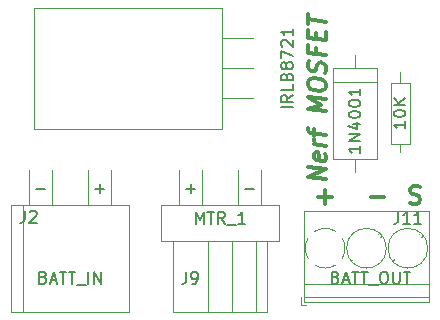
<source format=gto>
G04 #@! TF.FileFunction,Legend,Top*
%FSLAX46Y46*%
G04 Gerber Fmt 4.6, Leading zero omitted, Abs format (unit mm)*
G04 Created by KiCad (PCBNEW 4.0.7) date 05/25/19 09:40:29*
%MOMM*%
%LPD*%
G01*
G04 APERTURE LIST*
%ADD10C,0.100000*%
%ADD11C,0.300000*%
%ADD12C,0.375000*%
%ADD13C,0.120000*%
%ADD14C,0.150000*%
G04 APERTURE END LIST*
D10*
D11*
X71199429Y-81887143D02*
X71413715Y-81958571D01*
X71770858Y-81958571D01*
X71913715Y-81887143D01*
X71985144Y-81815714D01*
X72056572Y-81672857D01*
X72056572Y-81530000D01*
X71985144Y-81387143D01*
X71913715Y-81315714D01*
X71770858Y-81244286D01*
X71485144Y-81172857D01*
X71342286Y-81101429D01*
X71270858Y-81030000D01*
X71199429Y-80887143D01*
X71199429Y-80744286D01*
X71270858Y-80601429D01*
X71342286Y-80530000D01*
X71485144Y-80458571D01*
X71842286Y-80458571D01*
X72056572Y-80530000D01*
X67881572Y-81387143D02*
X69024429Y-81387143D01*
X63436572Y-81387143D02*
X64579429Y-81387143D01*
X64008000Y-81958571D02*
X64008000Y-80815714D01*
D12*
X64051571Y-79895535D02*
X62551571Y-79708035D01*
X64051571Y-79038392D01*
X62551571Y-78850892D01*
X63980143Y-77743750D02*
X64051571Y-77895535D01*
X64051571Y-78181249D01*
X63980143Y-78315178D01*
X63837286Y-78368750D01*
X63265857Y-78297321D01*
X63123000Y-78208035D01*
X63051571Y-78056249D01*
X63051571Y-77770535D01*
X63123000Y-77636607D01*
X63265857Y-77583035D01*
X63408714Y-77600892D01*
X63551571Y-78333035D01*
X64051571Y-77038392D02*
X63051571Y-76913392D01*
X63337286Y-76949107D02*
X63194429Y-76859822D01*
X63123000Y-76779464D01*
X63051571Y-76627678D01*
X63051571Y-76484821D01*
X63051571Y-76199107D02*
X63051571Y-75627678D01*
X64051571Y-76109821D02*
X62765857Y-75949107D01*
X62623000Y-75859822D01*
X62551571Y-75708035D01*
X62551571Y-75565178D01*
X64051571Y-74109821D02*
X62551571Y-73922321D01*
X63623000Y-73556250D01*
X62551571Y-72922321D01*
X64051571Y-73109821D01*
X62551571Y-71922321D02*
X62551571Y-71636607D01*
X62623000Y-71502678D01*
X62765857Y-71377678D01*
X63051571Y-71341964D01*
X63551571Y-71404464D01*
X63837286Y-71511607D01*
X63980143Y-71672321D01*
X64051571Y-71824107D01*
X64051571Y-72109821D01*
X63980143Y-72243750D01*
X63837286Y-72368750D01*
X63551571Y-72404464D01*
X63051571Y-72341964D01*
X62765857Y-72234821D01*
X62623000Y-72074107D01*
X62551571Y-71922321D01*
X63980143Y-70886607D02*
X64051571Y-70681249D01*
X64051571Y-70324106D01*
X63980143Y-70172321D01*
X63908714Y-70091963D01*
X63765857Y-70002678D01*
X63623000Y-69984821D01*
X63480143Y-70038392D01*
X63408714Y-70100892D01*
X63337286Y-70234821D01*
X63265857Y-70511606D01*
X63194429Y-70645536D01*
X63123000Y-70708035D01*
X62980143Y-70761607D01*
X62837286Y-70743750D01*
X62694429Y-70654464D01*
X62623000Y-70574107D01*
X62551571Y-70422320D01*
X62551571Y-70065178D01*
X62623000Y-69859821D01*
X63265857Y-68797321D02*
X63265857Y-69297321D01*
X64051571Y-69395535D02*
X62551571Y-69208035D01*
X62551571Y-68493749D01*
X63265857Y-68011607D02*
X63265857Y-67511607D01*
X64051571Y-67395535D02*
X64051571Y-68109821D01*
X62551571Y-67922321D01*
X62551571Y-67208035D01*
X62551571Y-66779464D02*
X62551571Y-65922321D01*
X64051571Y-66538392D02*
X62551571Y-66350892D01*
D13*
X55238000Y-75605000D02*
X55238000Y-65365000D01*
X39348000Y-75605000D02*
X39348000Y-65365000D01*
X39348000Y-75605000D02*
X55238000Y-75605000D01*
X39348000Y-65365000D02*
X55238000Y-65365000D01*
X55238000Y-73025000D02*
X57878000Y-73025000D01*
X55238000Y-70485000D02*
X57862000Y-70485000D01*
X55238000Y-67945000D02*
X57862000Y-67945000D01*
D10*
X54118000Y-85105000D02*
X54118000Y-91105000D01*
X56118000Y-85105000D02*
X56118000Y-91105000D01*
X58118000Y-85105000D02*
X58118000Y-91105000D01*
X51118000Y-85105000D02*
X51118000Y-91105000D01*
X51118000Y-91105000D02*
X59118000Y-91105000D01*
X59118000Y-91105000D02*
X59118000Y-85105000D01*
X50118000Y-82105000D02*
X50118000Y-85105000D01*
X60118000Y-82105000D02*
X60118000Y-85105000D01*
X50118000Y-85105000D02*
X60118000Y-85105000D01*
X51618000Y-79105000D02*
X51618000Y-82105000D01*
X53618000Y-82105000D02*
X53618000Y-79105000D01*
X56618000Y-79105000D02*
X56618000Y-82105000D01*
X58618000Y-82105000D02*
X58618000Y-79105000D01*
X60118000Y-82105000D02*
X50118000Y-82105000D01*
D13*
X68408000Y-70435000D02*
X64688000Y-70435000D01*
X64688000Y-70435000D02*
X64688000Y-78155000D01*
X64688000Y-78155000D02*
X68408000Y-78155000D01*
X68408000Y-78155000D02*
X68408000Y-70435000D01*
X66548000Y-69325000D02*
X66548000Y-70435000D01*
X66548000Y-79265000D02*
X66548000Y-78155000D01*
X68408000Y-71635000D02*
X64688000Y-71635000D01*
X64898264Y-87149721D02*
G75*
G02X64008000Y-87405000I-890264J1424721D01*
G01*
X65433505Y-84834807D02*
G75*
G02X65433000Y-86616000I-1425505J-890193D01*
G01*
X63118106Y-84299642D02*
G75*
G02X64874000Y-84285000I889894J-1425358D01*
G01*
X62582642Y-86614894D02*
G75*
G02X62568000Y-84859000I1425358J889894D01*
G01*
X64036674Y-87405099D02*
G75*
G02X63142000Y-87165000I-28674J1680099D01*
G01*
X69188000Y-85725000D02*
G75*
G03X69188000Y-85725000I-1680000J0D01*
G01*
X72688000Y-85725000D02*
G75*
G03X72688000Y-85725000I-1680000J0D01*
G01*
X62198000Y-89825000D02*
X72818000Y-89825000D01*
X62198000Y-88725000D02*
X72818000Y-88725000D01*
X62198000Y-82565000D02*
X72818000Y-82565000D01*
X62198000Y-90285000D02*
X72818000Y-90285000D01*
X62198000Y-82565000D02*
X62198000Y-90285000D01*
X72818000Y-82565000D02*
X72818000Y-90285000D01*
X68783000Y-84656000D02*
X68654000Y-84784000D01*
X66533000Y-86906000D02*
X66439000Y-86999000D01*
X68578000Y-84450000D02*
X68484000Y-84544000D01*
X66363000Y-86666000D02*
X66234000Y-86794000D01*
X72283000Y-84656000D02*
X72154000Y-84784000D01*
X70033000Y-86906000D02*
X69939000Y-86999000D01*
X72078000Y-84450000D02*
X71984000Y-84544000D01*
X69863000Y-86666000D02*
X69734000Y-86794000D01*
X61958000Y-89885000D02*
X61958000Y-90525000D01*
X61958000Y-90525000D02*
X62358000Y-90525000D01*
D10*
X70358000Y-71705000D02*
X70358000Y-70805000D01*
X70358000Y-76905000D02*
X70358000Y-77605000D01*
X71158000Y-76905000D02*
X69558000Y-76905000D01*
X69558000Y-76905000D02*
X69558000Y-71705000D01*
X69558000Y-71705000D02*
X71158000Y-71705000D01*
X71158000Y-71705000D02*
X71158000Y-76905000D01*
X38418000Y-91105000D02*
X38418000Y-82105000D01*
X38918000Y-79105000D02*
X38918000Y-82105000D01*
X40918000Y-82105000D02*
X40918000Y-79105000D01*
X43918000Y-79105000D02*
X43918000Y-82105000D01*
X45918000Y-82105000D02*
X45918000Y-79105000D01*
X47418000Y-82105000D02*
X37418000Y-82105000D01*
X47418000Y-91105000D02*
X37418000Y-91105000D01*
X37418000Y-91105000D02*
X37418000Y-82105000D01*
X47418000Y-82105000D02*
X47418000Y-91105000D01*
D14*
X61280381Y-73794524D02*
X60280381Y-73794524D01*
X61280381Y-72746905D02*
X60804190Y-73080239D01*
X61280381Y-73318334D02*
X60280381Y-73318334D01*
X60280381Y-72937381D01*
X60328000Y-72842143D01*
X60375619Y-72794524D01*
X60470857Y-72746905D01*
X60613714Y-72746905D01*
X60708952Y-72794524D01*
X60756571Y-72842143D01*
X60804190Y-72937381D01*
X60804190Y-73318334D01*
X61280381Y-71842143D02*
X61280381Y-72318334D01*
X60280381Y-72318334D01*
X60756571Y-71175476D02*
X60804190Y-71032619D01*
X60851810Y-70985000D01*
X60947048Y-70937381D01*
X61089905Y-70937381D01*
X61185143Y-70985000D01*
X61232762Y-71032619D01*
X61280381Y-71127857D01*
X61280381Y-71508810D01*
X60280381Y-71508810D01*
X60280381Y-71175476D01*
X60328000Y-71080238D01*
X60375619Y-71032619D01*
X60470857Y-70985000D01*
X60566095Y-70985000D01*
X60661333Y-71032619D01*
X60708952Y-71080238D01*
X60756571Y-71175476D01*
X60756571Y-71508810D01*
X60708952Y-70365953D02*
X60661333Y-70461191D01*
X60613714Y-70508810D01*
X60518476Y-70556429D01*
X60470857Y-70556429D01*
X60375619Y-70508810D01*
X60328000Y-70461191D01*
X60280381Y-70365953D01*
X60280381Y-70175476D01*
X60328000Y-70080238D01*
X60375619Y-70032619D01*
X60470857Y-69985000D01*
X60518476Y-69985000D01*
X60613714Y-70032619D01*
X60661333Y-70080238D01*
X60708952Y-70175476D01*
X60708952Y-70365953D01*
X60756571Y-70461191D01*
X60804190Y-70508810D01*
X60899429Y-70556429D01*
X61089905Y-70556429D01*
X61185143Y-70508810D01*
X61232762Y-70461191D01*
X61280381Y-70365953D01*
X61280381Y-70175476D01*
X61232762Y-70080238D01*
X61185143Y-70032619D01*
X61089905Y-69985000D01*
X60899429Y-69985000D01*
X60804190Y-70032619D01*
X60756571Y-70080238D01*
X60708952Y-70175476D01*
X60280381Y-69651667D02*
X60280381Y-68985000D01*
X61280381Y-69413572D01*
X60375619Y-68651667D02*
X60328000Y-68604048D01*
X60280381Y-68508810D01*
X60280381Y-68270714D01*
X60328000Y-68175476D01*
X60375619Y-68127857D01*
X60470857Y-68080238D01*
X60566095Y-68080238D01*
X60708952Y-68127857D01*
X61280381Y-68699286D01*
X61280381Y-68080238D01*
X61280381Y-67127857D02*
X61280381Y-67699286D01*
X61280381Y-67413572D02*
X60280381Y-67413572D01*
X60423238Y-67508810D01*
X60518476Y-67604048D01*
X60566095Y-67699286D01*
X52244667Y-87717381D02*
X52244667Y-88431667D01*
X52197047Y-88574524D01*
X52101809Y-88669762D01*
X51958952Y-88717381D01*
X51863714Y-88717381D01*
X52768476Y-88717381D02*
X52958952Y-88717381D01*
X53054191Y-88669762D01*
X53101810Y-88622143D01*
X53197048Y-88479286D01*
X53244667Y-88288810D01*
X53244667Y-87907857D01*
X53197048Y-87812619D01*
X53149429Y-87765000D01*
X53054191Y-87717381D01*
X52863714Y-87717381D01*
X52768476Y-87765000D01*
X52720857Y-87812619D01*
X52673238Y-87907857D01*
X52673238Y-88145952D01*
X52720857Y-88241190D01*
X52768476Y-88288810D01*
X52863714Y-88336429D01*
X53054191Y-88336429D01*
X53149429Y-88288810D01*
X53197048Y-88241190D01*
X53244667Y-88145952D01*
X53046571Y-83637381D02*
X53046571Y-82637381D01*
X53379905Y-83351667D01*
X53713238Y-82637381D01*
X53713238Y-83637381D01*
X54046571Y-82637381D02*
X54618000Y-82637381D01*
X54332285Y-83637381D02*
X54332285Y-82637381D01*
X55522762Y-83637381D02*
X55189428Y-83161190D01*
X54951333Y-83637381D02*
X54951333Y-82637381D01*
X55332286Y-82637381D01*
X55427524Y-82685000D01*
X55475143Y-82732619D01*
X55522762Y-82827857D01*
X55522762Y-82970714D01*
X55475143Y-83065952D01*
X55427524Y-83113571D01*
X55332286Y-83161190D01*
X54951333Y-83161190D01*
X55713238Y-83732619D02*
X56475143Y-83732619D01*
X57237048Y-83637381D02*
X56665619Y-83637381D01*
X56951333Y-83637381D02*
X56951333Y-82637381D01*
X56856095Y-82780238D01*
X56760857Y-82875476D01*
X56665619Y-82923095D01*
X57237048Y-80676429D02*
X57998953Y-80676429D01*
X52237048Y-80676429D02*
X52998953Y-80676429D01*
X52618001Y-81057381D02*
X52618001Y-80295476D01*
X67000381Y-77072857D02*
X67000381Y-77644286D01*
X67000381Y-77358572D02*
X66000381Y-77358572D01*
X66143238Y-77453810D01*
X66238476Y-77549048D01*
X66286095Y-77644286D01*
X67000381Y-76644286D02*
X66000381Y-76644286D01*
X67000381Y-76072857D01*
X66000381Y-76072857D01*
X66333714Y-75168095D02*
X67000381Y-75168095D01*
X65952762Y-75406191D02*
X66667048Y-75644286D01*
X66667048Y-75025238D01*
X66000381Y-74453810D02*
X66000381Y-74358571D01*
X66048000Y-74263333D01*
X66095619Y-74215714D01*
X66190857Y-74168095D01*
X66381333Y-74120476D01*
X66619429Y-74120476D01*
X66809905Y-74168095D01*
X66905143Y-74215714D01*
X66952762Y-74263333D01*
X67000381Y-74358571D01*
X67000381Y-74453810D01*
X66952762Y-74549048D01*
X66905143Y-74596667D01*
X66809905Y-74644286D01*
X66619429Y-74691905D01*
X66381333Y-74691905D01*
X66190857Y-74644286D01*
X66095619Y-74596667D01*
X66048000Y-74549048D01*
X66000381Y-74453810D01*
X66000381Y-73501429D02*
X66000381Y-73406190D01*
X66048000Y-73310952D01*
X66095619Y-73263333D01*
X66190857Y-73215714D01*
X66381333Y-73168095D01*
X66619429Y-73168095D01*
X66809905Y-73215714D01*
X66905143Y-73263333D01*
X66952762Y-73310952D01*
X67000381Y-73406190D01*
X67000381Y-73501429D01*
X66952762Y-73596667D01*
X66905143Y-73644286D01*
X66809905Y-73691905D01*
X66619429Y-73739524D01*
X66381333Y-73739524D01*
X66190857Y-73691905D01*
X66095619Y-73644286D01*
X66048000Y-73596667D01*
X66000381Y-73501429D01*
X67000381Y-72215714D02*
X67000381Y-72787143D01*
X67000381Y-72501429D02*
X66000381Y-72501429D01*
X66143238Y-72596667D01*
X66238476Y-72691905D01*
X66286095Y-72787143D01*
X70183477Y-82637381D02*
X70183477Y-83351667D01*
X70135857Y-83494524D01*
X70040619Y-83589762D01*
X69897762Y-83637381D01*
X69802524Y-83637381D01*
X71183477Y-83637381D02*
X70612048Y-83637381D01*
X70897762Y-83637381D02*
X70897762Y-82637381D01*
X70802524Y-82780238D01*
X70707286Y-82875476D01*
X70612048Y-82923095D01*
X72135858Y-83637381D02*
X71564429Y-83637381D01*
X71850143Y-83637381D02*
X71850143Y-82637381D01*
X71754905Y-82780238D01*
X71659667Y-82875476D01*
X71564429Y-82923095D01*
X64889429Y-88193571D02*
X65032286Y-88241190D01*
X65079905Y-88288810D01*
X65127524Y-88384048D01*
X65127524Y-88526905D01*
X65079905Y-88622143D01*
X65032286Y-88669762D01*
X64937048Y-88717381D01*
X64556095Y-88717381D01*
X64556095Y-87717381D01*
X64889429Y-87717381D01*
X64984667Y-87765000D01*
X65032286Y-87812619D01*
X65079905Y-87907857D01*
X65079905Y-88003095D01*
X65032286Y-88098333D01*
X64984667Y-88145952D01*
X64889429Y-88193571D01*
X64556095Y-88193571D01*
X65508476Y-88431667D02*
X65984667Y-88431667D01*
X65413238Y-88717381D02*
X65746571Y-87717381D01*
X66079905Y-88717381D01*
X66270381Y-87717381D02*
X66841810Y-87717381D01*
X66556095Y-88717381D02*
X66556095Y-87717381D01*
X67032286Y-87717381D02*
X67603715Y-87717381D01*
X67318000Y-88717381D02*
X67318000Y-87717381D01*
X67698953Y-88812619D02*
X68460858Y-88812619D01*
X68889429Y-87717381D02*
X69079906Y-87717381D01*
X69175144Y-87765000D01*
X69270382Y-87860238D01*
X69318001Y-88050714D01*
X69318001Y-88384048D01*
X69270382Y-88574524D01*
X69175144Y-88669762D01*
X69079906Y-88717381D01*
X68889429Y-88717381D01*
X68794191Y-88669762D01*
X68698953Y-88574524D01*
X68651334Y-88384048D01*
X68651334Y-88050714D01*
X68698953Y-87860238D01*
X68794191Y-87765000D01*
X68889429Y-87717381D01*
X69746572Y-87717381D02*
X69746572Y-88526905D01*
X69794191Y-88622143D01*
X69841810Y-88669762D01*
X69937048Y-88717381D01*
X70127525Y-88717381D01*
X70222763Y-88669762D01*
X70270382Y-88622143D01*
X70318001Y-88526905D01*
X70318001Y-87717381D01*
X70651334Y-87717381D02*
X71222763Y-87717381D01*
X70937048Y-88717381D02*
X70937048Y-87717381D01*
X70810381Y-74985476D02*
X70810381Y-75556905D01*
X70810381Y-75271191D02*
X69810381Y-75271191D01*
X69953238Y-75366429D01*
X70048476Y-75461667D01*
X70096095Y-75556905D01*
X69810381Y-74366429D02*
X69810381Y-74271190D01*
X69858000Y-74175952D01*
X69905619Y-74128333D01*
X70000857Y-74080714D01*
X70191333Y-74033095D01*
X70429429Y-74033095D01*
X70619905Y-74080714D01*
X70715143Y-74128333D01*
X70762762Y-74175952D01*
X70810381Y-74271190D01*
X70810381Y-74366429D01*
X70762762Y-74461667D01*
X70715143Y-74509286D01*
X70619905Y-74556905D01*
X70429429Y-74604524D01*
X70191333Y-74604524D01*
X70000857Y-74556905D01*
X69905619Y-74509286D01*
X69858000Y-74461667D01*
X69810381Y-74366429D01*
X70810381Y-73604524D02*
X69810381Y-73604524D01*
X70810381Y-73033095D02*
X70238952Y-73461667D01*
X69810381Y-73033095D02*
X70381810Y-73604524D01*
X38584667Y-82557381D02*
X38584667Y-83271667D01*
X38537047Y-83414524D01*
X38441809Y-83509762D01*
X38298952Y-83557381D01*
X38203714Y-83557381D01*
X39013238Y-82652619D02*
X39060857Y-82605000D01*
X39156095Y-82557381D01*
X39394191Y-82557381D01*
X39489429Y-82605000D01*
X39537048Y-82652619D01*
X39584667Y-82747857D01*
X39584667Y-82843095D01*
X39537048Y-82985952D01*
X38965619Y-83557381D01*
X39584667Y-83557381D01*
X40156096Y-88193571D02*
X40298953Y-88241190D01*
X40346572Y-88288810D01*
X40394191Y-88384048D01*
X40394191Y-88526905D01*
X40346572Y-88622143D01*
X40298953Y-88669762D01*
X40203715Y-88717381D01*
X39822762Y-88717381D01*
X39822762Y-87717381D01*
X40156096Y-87717381D01*
X40251334Y-87765000D01*
X40298953Y-87812619D01*
X40346572Y-87907857D01*
X40346572Y-88003095D01*
X40298953Y-88098333D01*
X40251334Y-88145952D01*
X40156096Y-88193571D01*
X39822762Y-88193571D01*
X40775143Y-88431667D02*
X41251334Y-88431667D01*
X40679905Y-88717381D02*
X41013238Y-87717381D01*
X41346572Y-88717381D01*
X41537048Y-87717381D02*
X42108477Y-87717381D01*
X41822762Y-88717381D02*
X41822762Y-87717381D01*
X42298953Y-87717381D02*
X42870382Y-87717381D01*
X42584667Y-88717381D02*
X42584667Y-87717381D01*
X42965620Y-88812619D02*
X43727525Y-88812619D01*
X43965620Y-88717381D02*
X43965620Y-87717381D01*
X44441810Y-88717381D02*
X44441810Y-87717381D01*
X45013239Y-88717381D01*
X45013239Y-87717381D01*
X39537048Y-80676429D02*
X40298953Y-80676429D01*
X44537048Y-80676429D02*
X45298953Y-80676429D01*
X44918001Y-81057381D02*
X44918001Y-80295476D01*
M02*

</source>
